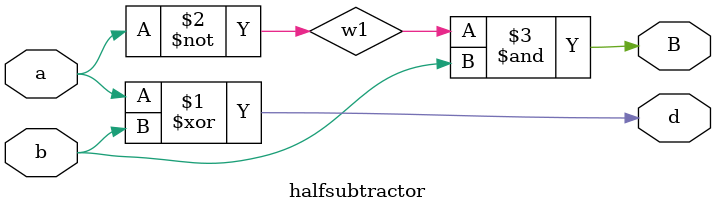
<source format=v>
module halfsubtractor(input a, b, output d, B);
    wire w1;
    assign d = a ^ b;
    assign w1 = ~a;
    assign B = w1 & b;
endmodule

</source>
